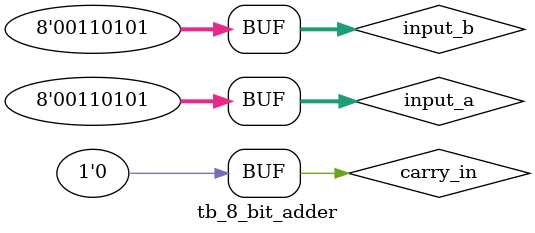
<source format=v>
`timescale 1ns / 1ps


/* 

    * Assignment - 3
    * Problem - 1.c
    * Semester - 5 (Autumn)
    * Group - 56
    * Group members - Utsav Mehta (20CS10069) and Vibhu (20CS10072)

*/

module tb_8_bit_adder;

    // Inputs and Outputs
    reg [7:0] input_a;
		reg [7:0] input_b;
    reg carry_in;
    wire[7:0] sum;
    wire carry_out;

    // Module Instantiations (Unit Under Test)
    s8_bit_adder tb_(input_a, input_b, carry_in, sum, carry_out);

    initial begin

        $monitor ("a = %d, b = %d, carry_in = %d, sum = %d, carry_out", input_a, input_b, carry_in, sum, carry_out);

        // Input values initialization
        input_a = 8'd37;
		  input_b = 8'd72;
		  carry_in = 1;
        #50;
        input_a = 8'd240;
		  input_b = 8'd127;
		  carry_in = 0;
        #50;
        input_a = 8'd213;
		  input_b = 8'd3;
		  carry_in = 1;
        #50;
        input_a = 8'd53;
		  input_b = 8'd53;
		  carry_in = 0;

    end

endmodule


</source>
